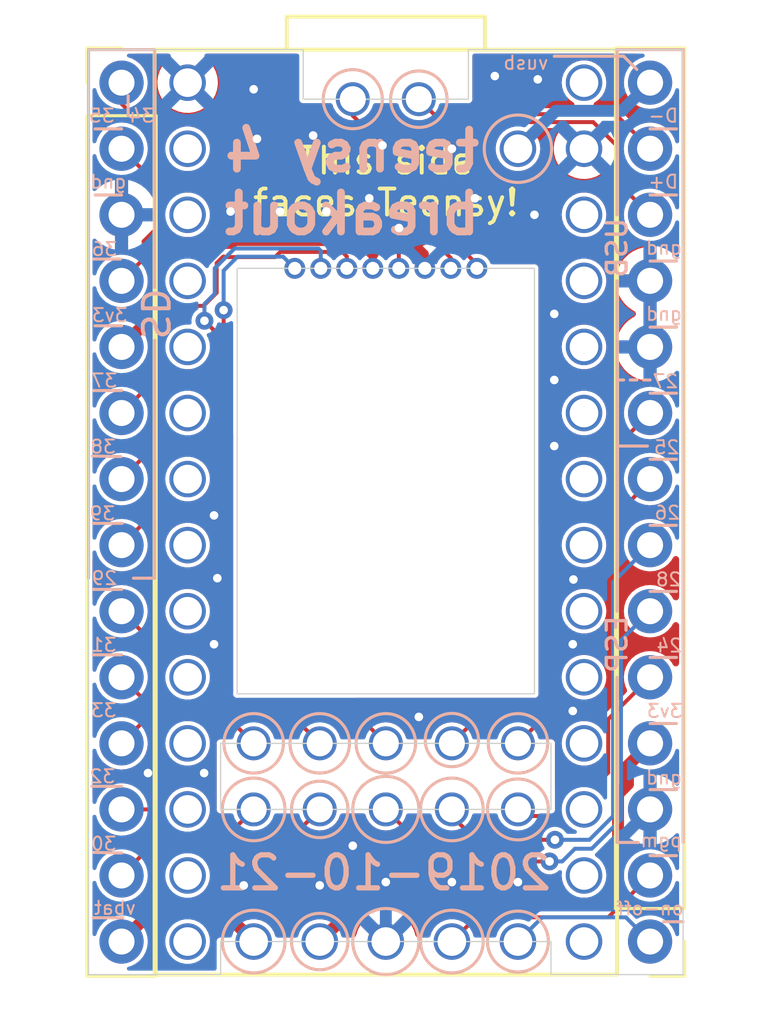
<source format=kicad_pcb>
(kicad_pcb (version 20211014) (generator pcbnew)
  (layers (0 "F.Cu" signal) (31 "B.Cu" signal) (34 "B.Paste" user) (35 "F.Paste" user) (36 "B.SilkS" user "B.Silkscreen") (37 "F.SilkS" user "F.Silkscreen") (38 "B.Mask" user) (39 "F.Mask" user) (44 "Edge.Cuts" user))
  (net 0 "")
  (net 1 "/VBAT")
  (net 2 "/32")
  (net 3 "/30")
  (net 4 "/33")
  (net 5 "/31")
  (net 6 "/29")
  (net 7 "/DAT1")
  (net 8 "/DAT0")
  (net 9 "/CLK")
  (net 10 "/3V3-SD")
  (net 11 "/CMD")
  (net 12 "/DAT3")
  (net 13 "/DAT2")
  (net 14 "/VUSB")
  (net 15 "/D-")
  (net 16 "/D+")
  (net 17 "/25")
  (net 18 "/27")
  (net 19 "/28")
  (net 20 "/26")
  (net 21 "/24")
  (net 22 "/ON_OFF")
  (net 23 "/PROGRAM")
  (net 24 "/3V3-1")
  (net 25 "/GND")
  (footprint "Connector_PinHeader_2.54mm:PinHeader_1x14_P2.54mm_Vertical" (layer "F.Cu") (at 170.18 114.3 180)
    (fp_text reference "J2" hide)
    (fp_text value "Conn_01x14")
    (fp_line (start -1.33 1.27) (end 1.33 1.27) (layer "F.SilkS") (width 0.12))
    (fp_line (start 1.33 1.27) (end 1.33 34.35) (layer "F.SilkS") (width 0.12))
    (fp_line (start -1.33 0) (end -1.33 -1.33) (layer "F.SilkS") (width 0.12))
    (fp_line (start -1.33 1.27) (end -1.33 34.35) (layer "F.SilkS") (width 0.12))
    (fp_line (start -1.33 -1.33) (end 0 -1.33) (layer "F.SilkS") (width 0.12))
    (fp_line (start -1.33 34.35) (end 1.33 34.35) (layer "F.SilkS") (width 0.12))
    (pad "1" thru_hole circle locked (at 0 0 180) (size 1.7 1.7) (drill 1) (layers *.Cu *.Mask) (net 22 "/ON_OFF"))
    (pad "2" thru_hole oval locked (at 0 2.54 180) (size 1.7 1.7) (drill 1) (layers *.Cu *.Mask) (net 23 "/PROGRAM"))
    (pad "3" thru_hole oval locked (at 0 5.08 180) (size 1.7 1.7) (drill 1) (layers *.Cu *.Mask) (net 25 "/GND"))
    (pad "4" thru_hole oval locked (at 0 7.62 180) (size 1.7 1.7) (drill 1) (layers *.Cu *.Mask) (net 24 "/3V3-1"))
    (pad "5" thru_hole oval locked (at 0 10.16 180) (size 1.7 1.7) (drill 1) (layers *.Cu *.Mask) (net 21 "/24"))
    (pad "6" thru_hole oval locked (at 0 12.7 180) (size 1.7 1.7) (drill 1) (layers *.Cu *.Mask) (net 19 "/28"))
    (pad "7" thru_hole oval locked (at 0 15.24 180) (size 1.7 1.7) (drill 1) (layers *.Cu *.Mask) (net 20 "/26"))
    (pad "8" thru_hole oval locked (at 0 17.78 180) (size 1.7 1.7) (drill 1) (layers *.Cu *.Mask) (net 17 "/25"))
    (pad "9" thru_hole oval locked (at 0 20.32 180) (size 1.7 1.7) (drill 1) (layers *.Cu *.Mask) (net 18 "/27"))
    (pad "10" thru_hole oval locked (at 0 22.86 180) (size 1.7 1.7) (drill 1) (layers *.Cu *.Mask) (net 25 "/GND"))
    (pad "11" thru_hole oval locked (at 0 25.4 180) (size 1.7 1.7) (drill 1) (layers *.Cu *.Mask) (net 25 "/GND"))
    (pad "12" thru_hole oval locked (at 0 27.94 180) (size 1.7 1.7) (drill 1) (layers *.Cu *.Mask) (net 16 "/D+"))
    (pad "13" thru_hole oval locked (at 0 30.48 180) (size 1.7 1.7) (drill 1) (layers *.Cu *.Mask) (net 15 "/D-"))
    (pad "14" thru_hole oval locked (at 0 33.02 180) (size 1.7 1.7) (drill 1) (layers *.Cu *.Mask) (net 14 "/VUSB"))
  )
  (footprint "Connector_PinHeader_2.54mm:PinHeader_1x14_P2.54mm_Vertical" (layer "F.Cu") (at 149.86 81.28)
    (fp_text reference "J1" hide)
    (fp_text value "Conn_01x14")
    (fp_line (start -1.33 34.35) (end 1.33 34.35) (layer "F.SilkS") (width 0.12))
    (fp_line (start -1.33 0) (end -1.33 -1.33) (layer "F.SilkS") (width 0.12))
    (fp_line (start -1.33 1.27) (end -1.33 34.35) (layer "F.SilkS") (width 0.12))
    (fp_line (start -1.33 -1.33) (end 0 -1.33) (layer "F.SilkS") (width 0.12))
    (fp_line (start -1.33 1.27) (end 1.33 1.27) (layer "F.SilkS") (width 0.12))
    (fp_line (start 1.33 1.27) (end 1.33 34.35) (layer "F.SilkS") (width 0.12))
    (pad "1" thru_hole circle locked (at 0 0) (size 1.7 1.7) (drill 1) (layers *.Cu *.Mask) (net 7 "/DAT1"))
    (pad "2" thru_hole oval locked (at 0 2.54) (size 1.7 1.7) (drill 1) (layers *.Cu *.Mask) (net 8 "/DAT0"))
    (pad "3" thru_hole oval locked (at 0 5.08) (size 1.7 1.7) (drill 1) (layers *.Cu *.Mask) (net 25 "/GND"))
    (pad "4" thru_hole oval locked (at 0 7.62) (size 1.7 1.7) (drill 1) (layers *.Cu *.Mask) (net 9 "/CLK"))
    (pad "5" thru_hole oval locked (at 0 10.16) (size 1.7 1.7) (drill 1) (layers *.Cu *.Mask) (net 10 "/3V3-SD"))
    (pad "6" thru_hole oval locked (at 0 12.7) (size 1.7 1.7) (drill 1) (layers *.Cu *.Mask) (net 11 "/CMD"))
    (pad "7" thru_hole oval locked (at 0 15.24) (size 1.7 1.7) (drill 1) (layers *.Cu *.Mask) (net 12 "/DAT3"))
    (pad "8" thru_hole oval locked (at 0 17.78) (size 1.7 1.7) (drill 1) (layers *.Cu *.Mask) (net 13 "/DAT2"))
    (pad "9" thru_hole oval locked (at 0 20.32) (size 1.7 1.7) (drill 1) (layers *.Cu *.Mask) (net 6 "/29"))
    (pad "10" thru_hole oval locked (at 0 22.86) (size 1.7 1.7) (drill 1) (layers *.Cu *.Mask) (net 5 "/31"))
    (pad "11" thru_hole oval locked (at 0 25.4) (size 1.7 1.7) (drill 1) (layers *.Cu *.Mask) (net 4 "/33"))
    (pad "12" thru_hole oval locked (at 0 27.94) (size 1.7 1.7) (drill 1) (layers *.Cu *.Mask) (net 2 "/32"))
    (pad "13" thru_hole oval locked (at 0 30.48) (size 1.7 1.7) (drill 1) (layers *.Cu *.Mask) (net 3 "/30"))
    (pad "14" thru_hole oval locked (at 0 33.02) (size 1.7 1.7) (drill 1) (layers *.Cu *.Mask) (net 1 "/VBAT"))
  )
  (footprint "Teensy:Teensy40_SMT" (layer "F.Cu") (at 160.02 97.79 -90)
    (fp_text reference "U1" hide)
    (fp_text value "GND-1" hide)
    (fp_line (start -19.05 -3.81) (end -19.05 3.81) (layer "F.SilkS") (width 0.15))
    (fp_line (start 17.78 -8.89) (end -17.78 -8.89) (layer "F.SilkS") (width 0.15))
    (fp_line (start 17.78 8.89) (end 17.78 -8.89) (layer "F.SilkS") (width 0.15))
    (fp_line (start -17.78 -3.81) (end -19.05 -3.81) (layer "F.SilkS") (width 0.15))
    (fp_line (start -17.78 -8.89) (end -17.78 8.89) (layer "F.SilkS") (width 0.15))
    (fp_line (start -17.78 8.89) (end 17.78 8.89) (layer "F.SilkS") (width 0.15))
    (fp_line (start -19.05 3.81) (end -17.78 3.81) (layer "F.SilkS") (width 0.15))
    (pad "1" thru_hole circle locked (at -16.51 7.62 270) (size 1.404 1.404) (drill 1.1) (layers *.Cu *.Mask) (net 25 "/GND"))
    (pad "2" thru_hole circle locked (at -13.97 7.62 270) (size 1.404 1.404) (drill 1.1) (layers *.Cu *.Mask))
    (pad "3" thru_hole circle locked (at -11.43 7.62 270) (size 1.404 1.404) (drill 1.1) (layers *.Cu *.Mask))
    (pad "4" thru_hole circle locked (at -8.89 7.62 270) (size 1.404 1.404) (drill 1.1) (layers *.Cu *.Mask))
    (pad "5" thru_hole circle locked (at -6.35 7.62 270) (size 1.404 1.404) (drill 1.1) (layers *.Cu *.Mask))
    (pad "6" thru_hole circle locked (at -3.81 7.62 270) (size 1.404 1.404) (drill 1.1) (layers *.Cu *.Mask))
    (pad "7" thru_hole circle locked (at -1.27 7.62 270) (size 1.404 1.404) (drill 1.1) (layers *.Cu *.Mask))
    (pad "8" thru_hole circle locked (at 1.27 7.62 270) (size 1.404 1.404) (drill 1.1) (layers *.Cu *.Mask))
    (pad "9" thru_hole circle locked (at 3.81 7.62 270) (size 1.404 1.404) (drill 1.1) (layers *.Cu *.Mask))
    (pad "10" thru_hole circle locked (at 6.35 7.62 270) (size 1.404 1.404) (drill 1.1) (layers *.Cu *.Mask))
    (pad "11" thru_hole circle locked (at 8.89 7.62 270) (size 1.404 1.404) (drill 1.1) (layers *.Cu *.Mask))
    (pad "12" thru_hole circle locked (at 11.43 7.62 270) (size 1.404 1.404) (drill 1.1) (layers *.Cu *.Mask))
    (pad "13" thru_hole circle locked (at 13.97 7.62 270) (size 1.404 1.404) (drill 1.1) (layers *.Cu *.Mask))
    (pad "14" thru_hole circle locked (at 16.51 7.62 270) (size 1.404 1.404) (drill 1.1) (layers *.Cu *.Mask))
    (pad "15" thru_hole circle locked (at 16.51 5.08 270) (size 1.404 1.404) (drill 1.1) (layers *.Cu *.Mask) (net 1 "/VBAT"))
    (pad "16" thru_hole circle locked (at 16.51 2.54 270) (size 1.404 1.404) (drill 1.1) (layers *.Cu *.Mask) (net 24 "/3V3-1"))
    (pad "17" thru_hole circle locked (at 16.51 0 270) (size 1.404 1.404) (drill 1.1) (layers *.Cu *.Mask) (net 25 "/GND"))
    (pad "18" thru_hole circle locked (at 16.51 -2.54 270) (size 1.404 1.404) (drill 1.1) (layers *.Cu *.Mask) (net 23 "/PROGRAM"))
    (pad "19" thru_hole circle locked (at 16.51 -5.08 270) (size 1.404 1.404) (drill 1.1) (layers *.Cu *.Mask) (net 22 "/ON_OFF"))
    (pad "20" thru_hole circle locked (at 16.51 -7.62 270) (size 1.404 1.404) (drill 1.1) (layers *.Cu *.Mask))
    (pad "21" thru_hole circle locked (at 13.97 -7.62 270) (size 1.404 1.404) (drill 1.1) (layers *.Cu *.Mask))
    (pad "22" thru_hole circle locked (at 11.43 -7.62 270) (size 1.404 1.404) (drill 1.1) (layers *.Cu *.Mask))
    (pad "23" thru_hole circle locked (at 8.89 -7.62 270) (size 1.404 1.404) (drill 1.1) (layers *.Cu *.Mask))
    (pad "24" thru_hole circle locked (at 6.35 -7.62 270) (size 1.404 1.404) (drill 1.1) (layers *.Cu *.Mask))
    (pad "25" thru_hole circle locked (at 3.81 -7.62 270) (size 1.404 1.404) (drill 1.1) (layers *.Cu *.Mask))
    (pad "26" thru_hole circle locked (at 1.27 -7.62 270) (size 1.404 1.404) (drill 1.1) (layers *.Cu *.Mask))
    (pad "27" thru_hole circle locked (at -1.27 -7.62 270) (size 1.404 1.404) (drill 1.1) (layers *.Cu *.Mask))
    (pad "28" thru_hole circle locked (at -3.81 -7.62 270) (size 1.404 1.404) (drill 1.1) (layers *.Cu *.Mask))
    (pad "29" thru_hole circle locked (at -6.35 -7.62 270) (size 1.404 1.404) (drill 1.1) (layers *.Cu *.Mask))
    (pad "30" thru_hole circle locked (at -8.89 -7.62 270) (size 1.404 1.404) (drill 1.1) (layers *.Cu *.Mask))
    (pad "31" thru_hole circle locked (at -11.43 -7.62 270) (size 1.404 1.404) (drill 1.1) (layers *.Cu *.Mask))
    (pad "32" thru_hole circle locked (at -13.97 -7.62 270) (size 1.404 1.404) (drill 1.1) (layers *.Cu *.Mask) (net 25 "/GND"))
    (pad "33" thru_hole circle locked (at -16.51 -7.62 270) (size 1.404 1.404) (drill 1.1) (layers *.Cu *.Mask))
    (pad "34" thru_hole circle locked (at -13.97 -5.08 270) (size 1.404 1.404) (drill 1.1) (layers *.Cu *.Mask) (net 14 "/VUSB"))
    (pad "35" thru_hole circle locked (at 11.43 -5.08 270) (size 1.304 1.304) (drill 1) (layers *.Cu *.Mask) (net 21 "/24"))
    (pad "36" thru_hole circle locked (at 8.89 -5.08 270) (size 1.304 1.304) (drill 1) (layers *.Cu *.Mask) (net 17 "/25"))
    (pad "37" thru_hole circle locked (at 11.43 -2.54 270) (size 1.304 1.304) (drill 1) (layers *.Cu *.Mask) (net 20 "/26"))
    (pad "38" thru_hole circle locked (at 8.89 -2.54 270) (size 1.304 1.304) (drill 1) (layers *.Cu *.Mask) (net 18 "/27"))
    (pad "39" thru_hole circle locked (at 11.43 0 270) (size 1.304 1.304) (drill 1) (layers *.Cu *.Mask) (net 19 "/28"))
    (pad "40" thru_hole circle locked (at 8.89 0 270) (size 1.304 1.304) (drill 1) (layers *.Cu *.Mask) (net 6 "/29"))
    (pad "41" thru_hole circle locked (at 11.43 2.54 270) (size 1.304 1.304) (drill 1) (layers *.Cu *.Mask) (net 3 "/30"))
    (pad "42" thru_hole circle locked (at 8.89 2.54 270) (size 1.304 1.304) (drill 1) (layers *.Cu *.Mask) (net 5 "/31"))
    (pad "43" thru_hole circle locked (at 11.43 5.08 270) (size 1.304 1.304) (drill 1) (layers *.Cu *.Mask) (net 2 "/32"))
    (pad "44" thru_hole circle locked (at 8.89 5.08 270) (size 1.304 1.304) (drill 1) (layers *.Cu *.Mask) (net 4 "/33"))
    (pad "45" thru_hole circle locked (at -9.3716 -3.5 270) (size 0.804 0.804) (drill 0.5) (layers *.Cu *.Mask) (net 7 "/DAT1"))
    (pad "46" thru_hole circle locked (at -9.3716 -2.5 270) (size 0.804 0.804) (drill 0.5) (layers *.Cu *.Mask) (net 8 "/DAT0"))
    (pad "47" thru_hole circle locked (at -9.3716 -1.5 270) (size 0.804 0.804) (drill 0.5) (layers *.Cu *.Mask) (net 25 "/GND"))
    (pad "48" thru_hole circle locked (at -9.3716 -0.5 270) (size 0.804 0.804) (drill 0.5) (layers *.Cu *.Mask) (net 9 "/CLK"))
    (pad "49" thru_hole circle locked (at -9.3716 0.5 270) (size 0.804 0.804) (drill 0.5) (layers *.Cu *.Mask) (net 10 "/3V3-SD"))
    (pad "50" thru_hole circle locked (at -9.3716 1.5 270) (size 0.804 0.804) (drill 0.5) (layers *.Cu *.Mask) (net 11 "/CMD"))
    (pad "51" thru_hole circle locked (at -9.3716 2.5 270) (size 0.804 0.804) (drill 0.5) (layers *.Cu *.Mask) (net 12 "/DAT3"))
    (pad "52" thru_hole circle locked (at -9.3716 3.5 270) (size 0.804 0.804) (drill 0.5) (layers *.Cu *.Mask) (net 13 "/DAT2"))
    (pad "53" thru_hole circle locked (at -15.875 -1.27 270) (size 1.304 1.304) (drill 1) (layers *.Cu *.Mask) (net 15 "/D-"))
    (pad "54" thru_hole circle locked (at -15.875 1.27 270) (size 1.304 1.304) (drill 1) (layers *.Cu *.Mask) (net 16 "/D+"))
  )
  (gr_circle (center 154.94 114.3) (end 155.321 115.443) (layer "B.SilkS") (width 0.12) (fill none))
  (gr_circle (center 157.48 114.3) (end 157.861 115.316) (layer "B.SilkS") (width 0.12) (fill none))
  (gr_circle (center 160.02 114.3) (end 160.02 115.57) (layer "B.SilkS") (width 0.12) (fill none))
  (gr_circle (center 162.56 114.3) (end 162.941 115.443) (layer "B.SilkS") (width 0.12) (fill none))
  (gr_circle (center 165.1 114.3) (end 165.354 115.443) (layer "B.SilkS") (width 0.12) (fill none))
  (gr_line (start 148.59 80.01) (end 151.13 80.01) (layer "B.SilkS") (width 0.12))
  (gr_line (start 168.91 88.9) (end 168.91 95.25) (layer "B.SilkS") (width 0.12))
  (gr_line (start 171.45 110.49) (end 171.45 95.25) (layer "B.SilkS") (width 0.12))
  (gr_line (start 170.0784 95.25) (end 168.91 95.25) (layer "B.SilkS") (width 0.12))
  (gr_circle (center 154.94 106.68) (end 154.94 105.537) (layer "B.SilkS") (width 0.12) (fill none))
  (gr_line (start 171.196 108.458) (end 170.18 108.458) (layer "B.SilkS") (width 0.12))
  (gr_line (start 149.8092 88.0618) (end 148.7932 88.0618) (layer "B.SilkS") (width 0.12))
  (gr_line (start 171.45 80.01) (end 171.45 95.25) (layer "B.SilkS") (width 0.12))
  (gr_line (start 148.7932 110.871) (end 149.86 110.8964) (layer "B.SilkS") (width 0.12))
  (gr_line (start 168.91 95.25) (end 168.91 101.6) (layer "B.SilkS") (width 0.12))
  (gr_line (start 171.196 88.138) (end 170.18 88.138) (layer "B.SilkS") (width 0.12))
  (gr_line (start 168.91 80.01) (end 171.45 80.01) (layer "B.SilkS") (width 0.12))
  (gr_line (start 171.196 90.678) (end 170.18 90.678) (layer "B.SilkS") (width 0.12))
  (gr_line (start 168.91 80.01) (end 168.91 86.36) (layer "B.SilkS") (width 0.12))
  (gr_line (start 149.86 90.6272) (end 148.844 90.6272) (layer "B.SilkS") (width 0.12))
  (gr_circle (center 154.94 109.22) (end 155.321 110.363) (layer "B.SilkS") (width 0.12) (fill none))
  (gr_line (start 150.876 100.33) (end 150.3172 100.33) (layer "B.SilkS") (width 0.12))
  (gr_line (start 149.86 103.2764) (end 148.7678 103.2764) (layer "B.SilkS") (width 0.12))
  (gr_line (start 149.86 100.7618) (end 148.7932 100.7618) (layer "B.SilkS") (width 0.12))
  (gr_line (start 148.844 83.058) (end 149.86 83.058) (layer "B.SilkS") (width 0.12))
  (gr_circle (center 160.02 106.68) (end 160.02 105.537) (layer "B.SilkS") (width 0.12) (fill none))
  (gr_line (start 151.13 100.33) (end 151.13 91.186) (layer "B.SilkS") (width 0.12))
  (gr_line (start 169.164 80.264) (end 169.672 80.772) (layer "B.SilkS") (width 0.12))
  (gr_line (start 171.196 110.998) (end 170.18 110.998) (layer "B.SilkS") (width 0.12))
  (gr_line (start 148.59 100.33) (end 148.59 80.01) (layer "B.SilkS") (width 0.12))
  (gr_line (start 171.196 105.918) (end 170.18 105.918) (layer "B.SilkS") (width 0.12))
  (gr_circle (center 165.1 109.22) (end 165.354 110.363) (layer "B.SilkS") (width 0.12) (fill none))
  (gr_circle (center 161.29 81.915) (end 161.671 82.931) (layer "B.SilkS") (width 0.12) (fill none))
  (gr_circle (center 165.1 83.82) (end 165.354 85.09) (layer "B.SilkS") (width 0.12) (fill none))
  (gr_line (start 166.497 80.264) (end 169.164 80.264) (layer "B.SilkS") (width 0.12))
  (gr_circle (center 157.48 109.22) (end 157.861 110.236) (layer "B.SilkS") (width 0.12) (fill none))
  (gr_line (start 149.86 93.1164) (end 148.7932 93.1164) (layer "B.SilkS") (width 0.12))
  (gr_line (start 149.8346 95.6564) (end 148.7424 95.631) (layer "B.SilkS") (width 0.12))
  (gr_line (start 149.8854 98.2218) (end 148.7678 98.2218) (layer "B.SilkS") (width 0.12))
  (gr_line (start 171.45 113.538) (end 170.688 113.538) (layer "B.SilkS") (width 0.12))
  (gr_line (start 171.196 85.598) (end 170.18 85.598) (layer "B.SilkS") (width 0.12))
  (gr_line (start 171.196 83.058) (end 170.18 83.058) (layer "B.SilkS") (width 0.12))
  (gr_circle (center 160.02 109.22) (end 160.02 110.49) (layer "B.SilkS") (width 0.12) (fill none))
  (gr_circle (center 165.1 106.68) (end 165.1 105.537) (layer "B.SilkS") (width 0.12) (fill none))
  (gr_line (start 171.196 93.218) (end 170.18 93.218) (layer "B.SilkS") (width 0.12))
  (gr_line (start 151.13 80.01) (end 151.13 89.154) (layer "B.SilkS") (width 0.12))
  (gr_line (start 148.717 108.331) (end 149.86 108.331) (layer "B.SilkS") (width 0.12))
  (gr_line (start 148.844 85.598) (end 149.86 85.598) (layer "B.SilkS") (width 0.12))
  (gr_line (start 171.196 100.838) (end 170.18 100.838) (layer "B.SilkS") (width 0.12))
  (gr_circle (center 158.75 81.915) (end 159.258 82.931) (layer "B.SilkS") (width 0.12) (fill none))
  (gr_line (start 148.7678 113.3856) (end 149.9108 113.3856) (layer "B.SilkS") (width 0.12))
  (gr_line (start 169.926 92.71) (end 170.18 92.71) (layer "B.SilkS") (width 0.12))
  (gr_line (start 168.91 110.49) (end 169.7228 110.49) (layer "B.SilkS") (width 0.12))
  (gr_line (start 171.196 98.298) (end 170.18 98.298) (layer "B.SilkS") (width 0.12))
  (gr_line (start 171.196 103.378) (end 170.18 103.378) (layer "B.SilkS") (width 0.12))
  (gr_line (start 171.196 95.758) (end 170.18 95.758) (layer "B.SilkS") (width 0.12))
  (gr_line (start 150.876 100.33) (end 151.13 100.33) (layer "B.SilkS") (width 0.12))
  (gr_line (start 169.418 92.71) (end 169.672 92.71) (layer "B.SilkS") (width 0.12))
  (gr_circle (center 162.56 109.22) (end 162.941 110.363) (layer "B.SilkS") (width 0.12) (fill none))
  (gr_line (start 168.91 92.71) (end 169.164 92.71) (layer "B.SilkS") (width 0.12))
  (gr_line (start 168.91 110.49) (end 168.91 104.14) (layer "B.SilkS") (width 0.12))
  (gr_circle (center 157.48 106.68) (end 157.48 105.537) (layer "B.SilkS") (width 0.12) (fill none))
  (gr_line (start 150.114 82.55) (end 150.114 81.788) (layer "B.SilkS") (width 0.12))
  (gr_circle (center 162.56 106.553) (end 162.433 105.537) (layer "B.SilkS") (width 0.12) (fill none))
  (gr_line (start 148.59 115.57) (end 148.59 80.01) (layer "Edge.Cuts") (width 0.05))
  (gr_line (start 156.845 80.01) (end 148.59 80.01) (layer "Edge.Cuts") (width 0.05))
  (gr_line (start 154.305 104.775) (end 154.305 88.4174) (layer "Edge.Cuts") (width 0.05))
  (gr_line (start 166.37 109.22) (end 166.37 106.68) (layer "Edge.Cuts") (width 0.05))
  (gr_line (start 153.67 115.57) (end 148.59 115.57) (layer "Edge.Cuts") (width 0.05))
  (gr_line (start 154.305 88.4174) (end 165.735 88.4174) (layer "Edge.Cuts") (width 0.05))
  (gr_line (start 166.37 114.3) (end 153.67 114.3) (layer "Edge.Cuts") (width 0.05))
  (gr_line (start 153.67 109.22) (end 166.37 109.22) (layer "Edge.Cuts") (width 0.05))
  (gr_line (start 171.45 80.01) (end 171.45 115.57) (layer "Edge.Cuts") (width 0.05))
  (gr_line (start 171.45 115.57) (end 166.37 115.57) (layer "Edge.Cuts") (width 0.05))
  (gr_line (start 171.45 80.01) (end 163.195 80.01) (layer "Edge.Cuts") (width 0.05))
  (gr_line (start 163.195 80.01) (end 163.195 81.915) (layer "Edge.Cuts") (width 0.05))
  (gr_line (start 163.195 81.915) (end 156.845 81.915) (layer "Edge.Cuts") (width 0.05))
  (gr_line (start 153.67 114.3) (end 153.67 115.57) (layer "Edge.Cuts") (width 0.05))
  (gr_line (start 156.845 81.915) (end 156.845 80.01) (layer "Edge.Cuts") (width 0.05))
  (gr_line (start 166.37 106.68) (end 153.67 106.68) (layer "Edge.Cuts") (width 0.05))
  (gr_line (start 166.37 115.57) (end 166.37 114.3) (layer "Edge.Cuts") (width 0.05))
  (gr_line (start 165.735 88.4174) (end 165.735 104.775) (layer "Edge.Cuts") (width 0.05))
  (gr_line (start 153.67 106.68) (end 153.67 109.22) (layer "Edge.Cuts") (width 0.05))
  (gr_line (start 165.735 104.775) (end 154.305 104.775) (layer "Edge.Cuts") (width 0.05))
  (gr_text "ESP" (at 168.91 102.87 90) (layer "B.SilkS") (effects (font (size 0.762 0.762) (thickness 0.127)) (justify mirror)))
  (gr_text "25" (at 170.815 95.3008) (layer "B.SilkS") (effects (font (size 0.508 0.508) (thickness 0.0762)) (justify mirror)))
  (gr_text "26" (at 170.8404 97.8154) (layer "B.SilkS") (effects (font (size 0.508 0.508) (thickness 0.0762)) (justify mirror)))
  (gr_text "28" (at 170.8912 100.3808) (layer "B.SilkS") (effects (font (size 0.508 0.508) (thickness 0.0762)) (justify mirror)))
  (gr_text "24" (at 170.9166 102.9208) (layer "B.SilkS") (effects (font (size 0.508 0.508) (thickness 0.0762)) (justify mirror)))
  (gr_text "3v3" (at 170.7388 105.4354) (layer "B.SilkS") (effects (font (size 0.508 0.508) (thickness 0.0762)) (justify mirror)))
  (gr_text "gnd" (at 170.7134 108.0008) (layer "B.SilkS") (effects (font (size 0.508 0.508) (thickness 0.0762)) (justify mirror)))
  (gr_text "pgm\n" (at 170.6118 110.4138) (layer "B.SilkS") (effects (font (size 0.508 0.508) (thickness 0.0762)) (justify mirror)))
  (gr_text "on-off" (at 170.18 113.03) (layer "B.SilkS") (effects (font (size 0.508 0.508) (thickness 0.0762)) (justify mirror)))
  (gr_text "gnd" (at 170.7134 87.63) (layer "B.SilkS") (effects (font (size 0.508 0.508) (thickness 0.0762)) (justify mirror)))
  (gr_text "gnd" (at 170.7134 90.17) (layer "B.SilkS") (effects (font (size 0.508 0.508) (thickness 0.0762)) (justify mirror)))
  (gr_text "D+" (at 170.688 85.09) (layer "B.SilkS") (effects (font (size 0.508 0.508) (thickness 0.0762)) (justify mirror)))
  (gr_text "D-" (at 170.688 82.55) (layer "B.SilkS") (effects (font (size 0.508 0.508) (thickness 0.0762)) (justify mirror)))
  (gr_text "vusb" (at 165.4048 80.518) (layer "B.SilkS") (effects (font (size 0.508 0.508) (thickness 0.0762)) (justify mirror)))
  (gr_text "gnd" (at 149.352 85.09) (layer "B.SilkS") (effects (font (size 0.508 0.508) (thickness 0.0762)) (justify mirror)))
  (gr_text "35" (at 149.098 82.55) (layer "B.SilkS") (effects (font (size 0.508 0.508) (thickness 0.0762)) (justify mirror)))
  (gr_text "34" (at 150.622 82.55) (layer "B.SilkS") (effects (font (size 0.508 0.508) (thickness 0.0762)) (justify mirror)))
  (gr_text "3v3" (at 149.4028 90.2208) (layer "B.SilkS") (effects (font (size 0.508 0.508) (thickness 0.0762)) (justify mirror)))
  (gr_text "37" (at 149.1996 92.7354) (layer "B.SilkS") (effects (font (size 0.508 0.508) (thickness 0.0762)) (justify mirror)))
  (gr_text "38" (at 149.1488 95.2754) (layer "B.SilkS") (effects (font (size 0.508 0.508) (thickness 0.0762)) (justify mirror)))
  (gr_text "39" (at 149.1234 97.8408) (layer "B.SilkS") (effects (font (size 0.508 0.508) (thickness 0.0762)) (justify mirror)))
  (gr_text "29" (at 149.1996 100.33) (layer "B.SilkS") (effects (font (size 0.508 0.508) (thickness 0.0762)) (justify mirror)))
  (gr_text "31" (at 149.1742 102.8954) (layer "B.SilkS") (effects (font (size 0.508 0.508) (thickness 0.0762)) (justify mirror)))
  (gr_text "33" (at 149.1742 105.41) (layer "B.SilkS") (effects (font (size 0.508 0.508) (thickness 0.0762)) (justify mirror)))
  (gr_text "32" (at 149.1234 107.95) (layer "B.SilkS") (effects (font (size 0.508 0.508) (thickness 0.0762)) (justify mirror)))
  (gr_text "30" (at 149.1742 110.5408) (layer "B.SilkS") (effects (font (size 0.508 0.508) (thickness 0.0762)) (justify mirror)))
  (gr_text "vbat" (at 149.606 113.0046) (layer "B.SilkS") (effects (font (size 0.508 0.508) (thickness 0.0762)) (justify mirror)))
  (gr_text "36" (at 149.1996 87.6808) (layer "B.SilkS") (effects (font (size 0.508 0.508) (thickness 0.0762)) (justify mirror)))
  (gr_text "27" (at 170.7642 92.7608) (layer "B.SilkS") (effects (font (size 0.508 0.508) (thickness 0.0762)) (justify mirror)))
  (gr_text "2019-10-21" (at 159.9438 111.6584) (layer "B.SilkS") (effects (font (size 1.27 1.27) (thickness 0.2032)) (justify mirror)))
  (gr_text "USB" (at 168.91 87.63 90) (layer "B.SilkS") (effects (font (size 0.762 0.762) (thickness 0.127)) (justify mirror)))
  (gr_text "teensy 4\nbreakout\n" (at 158.7246 85.1154) (layer "B.SilkS") (effects (font (size 1.5 1.5) (thickness 0.3)) (justify mirror)))
  (gr_text "SD" (at 151.13 90.17 270) (layer "B.SilkS") (effects (font (size 1 1)) (justify mirror)))
  (gr_text "This side\nfaces Teensy!" (at 160.02 85.09) (layer "F.SilkS") (effects (font (size 1 1))))
  (segment (start 150.790601 113.369399) (end 154.009399 113.369399) (width 0.1524) (layer "F.Cu") (net 1))
  (segment (start 153.856999 113.216999) (end 154.53399 113.89399) (width 0.4572) (layer "F.Cu") (net 1))
  (segment (start 154.009399 113.369399) (end 154.68639 114.04639) (width 0.1524) (layer "F.Cu") (net 1))
  (segment (start 149.86 114.3) (end 150.790601 113.369399) (width 0.1524) (layer "F.Cu") (net 1))
  (segment (start 150.943001 113.216999) (end 153.856999 113.216999) (width 0.4572) (layer "F.Cu") (net 1))
  (segment (start 149.86 114.3) (end 150.943001 113.216999) (width 0.4572) (layer "F.Cu") (net 1))
  (segment (start 154.009399 110.150601) (end 154.68639 109.47361) (width 0.1524) (layer "F.Cu") (net 2))
  (segment (start 151.992682 110.150601) (end 154.009399 110.150601) (width 0.1524) (layer "F.Cu") (net 2))
  (segment (start 149.86 109.22) (end 151.062081 109.22) (width 0.1524) (layer "F.Cu") (net 2))
  (segment (start 151.062081 109.22) (end 151.992682 110.150601) (width 0.1524) (layer "F.Cu") (net 2))
  (segment (start 155.870601 110.829399) (end 157.22639 109.47361) (width 0.1524) (layer "F.Cu") (net 3))
  (segment (start 150.790601 110.829399) (end 155.870601 110.829399) (width 0.1524) (layer "F.Cu") (net 3))
  (segment (start 149.86 111.76) (end 150.790601 110.829399) (width 0.1524) (layer "F.Cu") (net 3))
  (segment (start 149.86 106.68) (end 150.790601 105.749399) (width 0.1524) (layer "F.Cu") (net 4))
  (segment (start 150.790601 105.749399) (end 154.009399 105.749399) (width 0.1524) (layer "F.Cu") (net 4))
  (segment (start 154.009399 105.749399) (end 154.68639 106.42639) (width 0.1524) (layer "F.Cu") (net 4))
  (segment (start 156.244588 105.444588) (end 157.22639 106.42639) (width 0.1524) (layer "F.Cu") (net 5))
  (segment (start 151.164588 105.444588) (end 156.244588 105.444588) (width 0.1524) (layer "F.Cu") (net 5))
  (segment (start 149.86 104.14) (end 151.164588 105.444588) (width 0.1524) (layer "F.Cu") (net 5))
  (segment (start 151.1554 102.8954) (end 151.1554 104.5464) (width 0.1524) (layer "F.Cu") (net 6))
  (segment (start 158.410601 105.070601) (end 159.76639 106.42639) (width 0.1524) (layer "F.Cu") (net 6))
  (segment (start 151.1554 104.5464) (end 151.679601 105.070601) (width 0.1524) (layer "F.Cu") (net 6))
  (segment (start 149.86 101.6) (end 151.1554 102.8954) (width 0.1524) (layer "F.Cu") (net 6))
  (segment (start 151.679601 105.070601) (end 158.410601 105.070601) (width 0.1524) (layer "F.Cu") (net 6))
  (segment (start 151.953311 84.750601) (end 160.010801 84.750601) (width 0.1524) (layer "F.Cu") (net 7))
  (segment (start 160.010801 84.750601) (end 163.39859 88.13839) (width 0.1524) (layer "F.Cu") (net 7))
  (segment (start 149.86 82.0928) (end 151.4221 83.6549) (width 0.1524) (layer "F.Cu") (net 7))
  (segment (start 149.86 81.28) (end 149.86 82.0928) (width 0.1524) (layer "F.Cu") (net 7))
  (segment (start 151.4221 83.6549) (end 151.4221 84.21939) (width 0.1524) (layer "F.Cu") (net 7))
  (segment (start 163.39859 88.13839) (end 163.52 88.13839) (width 0.1524) (layer "F.Cu") (net 7))
  (segment (start 151.4221 84.21939) (end 151.953311 84.750601) (width 0.1524) (layer "F.Cu") (net 7))
  (segment (start 162.52 88.0218) (end 162.52 88.13839) (width 0.1524) (layer "F.Cu") (net 8))
  (segment (start 159.5628 85.0646) (end 162.52 88.0218) (width 0.1524) (layer "F.Cu") (net 8))
  (segment (start 151.1046 85.0646) (end 159.5628 85.0646) (width 0.1524) (layer "F.Cu") (net 8))
  (segment (start 149.86 83.82) (end 151.1046 85.0646) (width 0.1524) (layer "F.Cu") (net 8))
  (segment (start 151.2824 86.805609) (end 151.2824 86.10031) (width 0.1524) (layer "F.Cu") (net 9))
  (segment (start 150.709999 87.37801) (end 151.2824 86.805609) (width 0.1524) (layer "F.Cu") (net 9))
  (segment (start 160.52 87.7744) (end 160.52 88.13839) (width 0.1524) (layer "F.Cu") (net 9))
  (segment (start 151.953311 85.429399) (end 158.174999 85.429399) (width 0.1524) (layer "F.Cu") (net 9))
  (segment (start 158.174999 85.429399) (end 160.52 87.7744) (width 0.1524) (layer "F.Cu") (net 9))
  (segment (start 149.86 88.9) (end 150.709999 88.050001) (width 0.1524) (layer "F.Cu") (net 9))
  (segment (start 150.709999 88.050001) (end 150.709999 87.37801) (width 0.1524) (layer "F.Cu") (net 9))
  (segment (start 151.2824 86.10031) (end 151.953311 85.429399) (width 0.1524) (layer "F.Cu") (net 9))
  (segment (start 154.198011 87.330589) (end 158.998611 87.330589) (width 0.4572) (layer "F.Cu") (net 10))
  (segment (start 159.52 87.851978) (end 159.52 88.08759) (width 0.3048) (layer "F.Cu") (net 10))
  (segment (start 149.86 91.44) (end 151.091001 90.208999) (width 0.4572) (layer "F.Cu") (net 10))
  (segment (start 154.085599 87.443001) (end 154.198011 87.330589) (width 0.4572) (layer "F.Cu") (net 10))
  (segment (start 151.091001 90.208999) (end 151.091001 88.606157) (width 0.4572) (layer "F.Cu") (net 10))
  (segment (start 151.091001 88.606157) (end 152.254157 87.443001) (width 0.4572) (layer "F.Cu") (net 10))
  (segment (start 158.998611 87.330589) (end 159.52 87.851978) (width 0.4572) (layer "F.Cu") (net 10))
  (segment (start 152.254157 87.443001) (end 154.085599 87.443001) (width 0.4572) (layer "F.Cu") (net 10))
  (segment (start 153.5176 88.2142) (end 153.746191 87.985609) (width 0.1524) (layer "F.Cu") (net 11))
  (segment (start 153.785417 87.960209) (end 153.810817 87.985609) (width 0.1524) (layer "F.Cu") (net 11))
  (segment (start 153.746191 87.985609) (end 153.810817 87.985609) (width 0.1524) (layer "F.Cu") (net 11))
  (segment (start 149.86 93.98) (end 151.469399 92.370601) (width 0.1524) (layer "F.Cu") (net 11))
  (segment (start 151.469399 90.993311) (end 151.953311 90.509399) (width 0.1524) (layer "F.Cu") (net 11))
  (segment (start 153.5176 89.3572) (end 153.5176 88.2142) (width 0.1524) (layer "F.Cu") (net 11))
  (segment (start 151.469399 92.370601) (end 151.469399 90.993311) (width 0.1524) (layer "F.Cu") (net 11))
  (segment (start 151.953311 90.464289) (end 152.5524 89.8652) (width 0.1524) (layer "F.Cu") (net 11))
  (segment (start 153.810817 87.985609) (end 155.764383 87.985609) (width 0.1524) (layer "F.Cu") (net 11))
  (segment (start 158.349 87.7878) (end 158.52 87.9588) (width 0.1524) (layer "F.Cu") (net 11))
  (segment (start 152.769174 89.8652) (end 152.773062 89.861312) (width 0.1524) (layer "F.Cu") (net 11))
  (segment (start 155.962192 87.7878) (end 158.349 87.7878) (width 0.1524) (layer "F.Cu") (net 11))
  (segment (start 151.953311 90.509399) (end 151.953311 90.464289) (width 0.1524) (layer "F.Cu") (net 11))
  (segment (start 158.52 87.9588) (end 158.52 88.13839) (width 0.1524) (layer "F.Cu") (net 11))
  (segment (start 152.5524 89.8652) (end 152.769174 89.8652) (width 0.1524) (layer "F.Cu") (net 11))
  (segment (start 153.013488 89.861312) (end 153.5176 89.3572) (width 0.1524) (layer "F.Cu") (net 11))
  (segment (start 155.764383 87.985609) (end 155.962192 87.7878) (width 0.1524) (layer "F.Cu") (net 11))
  (segment (start 152.773062 89.861312) (end 153.013488 89.861312) (width 0.1524) (layer "F.Cu") (net 11))
  (segment (start 152.846689 92.370601) (end 153.390282 91.827008) (width 0.1524) (layer "F.Cu") (net 12))
  (segment (start 150.938601 93.385311) (end 151.953311 92.370601) (width 0.1524) (layer "F.Cu") (net 12))
  (segment (start 151.953311 92.370601) (end 152.846689 92.370601) (width 0.1524) (layer "F.Cu") (net 12))
  (segment (start 149.86 96.52) (end 150.938601 95.441399) (width 0.1524) (layer "F.Cu") (net 12))
  (segment (start 153.390282 90.775712) (end 153.047383 90.432813) (width 0.1524) (layer "F.Cu") (net 12))
  (segment (start 150.938601 95.441399) (end 150.938601 93.385311) (width 0.1524) (layer "F.Cu") (net 12))
  (segment (start 153.390282 91.827008) (end 153.390282 90.775712) (width 0.1524) (layer "F.Cu") (net 12))
  (via (at 153.047383 90.432813) (size 0.6858) (drill 0.3302) (layers "F.Cu" "B.Cu") (net 12))
  (segment (start 153.047383 89.788809) (end 153.047383 89.94788) (width 0.1524) (layer "B.Cu") (net 12))
  (segment (start 153.047383 89.94788) (end 153.047383 90.432813) (width 0.1524) (layer "B.Cu") (net 12))
  (segment (start 157.4292 87.6554) (end 154.2034 87.6554) (width 0.1524) (layer "B.Cu") (net 12))
  (segment (start 157.52 88.13839) (end 157.52 87.7462) (width 0.1524) (layer "B.Cu") (net 12))
  (segment (start 153.4414 89.394792) (end 153.047383 89.788809) (width 0.1524) (layer "B.Cu") (net 12))
  (segment (start 157.52 87.7462) (end 157.4292 87.6554) (width 0.1524) (layer "B.Cu") (net 12))
  (segment (start 153.4414 88.4174) (end 153.4414 89.394792) (width 0.1524) (layer "B.Cu") (net 12))
  (segment (start 154.2034 87.6554) (end 153.4414 88.4174) (width 0.1524) (layer "B.Cu") (net 12))
  (segment (start 149.86 99.06) (end 151.3078 97.6122) (width 0.1524) (layer "F.Cu") (net 13))
  (segment (start 151.3078 97.6122) (end 151.3078 95.8088) (width 0.1524) (layer "F.Cu") (net 13))
  (segment (start 151.892 95.2246) (end 153.1112 95.2246) (width 0.1524) (layer "F.Cu") (net 13))
  (segment (start 153.1112 95.2246) (end 153.78469 94.55111) (width 0.1524) (layer "F.Cu") (net 13))
  (segment (start 153.78469 90.510269) (end 153.78469 90.025336) (width 0.1524) (layer "F.Cu") (net 13))
  (segment (start 153.78469 94.55111) (end 153.78469 90.510269) (width 0.1524) (layer "F.Cu") (net 13))
  (segment (start 151.3078 95.8088) (end 151.892 95.2246) (width 0.1524) (layer "F.Cu") (net 13))
  (via (at 153.78469 90.025336) (size 0.6858) (drill 0.3302) (layers "F.Cu" "B.Cu") (net 13))
  (segment (start 154.320467 87.969399) (end 153.7847 88.505166) (width 0.1524) (layer "B.Cu") (net 13))
  (segment (start 153.7847 90.025326) (end 153.78469 90.025336) (width 0.1524) (layer "B.Cu") (net 13))
  (segment (start 156.23999 88.13839) (end 156.070999 87.969399) (width 0.1524) (layer "B.Cu") (net 13))
  (segment (start 153.7847 88.505166) (end 153.7847 89.941448) (width 0.1524) (layer "B.Cu") (net 13))
  (segment (start 153.7847 89.941448) (end 153.7847 90.025326) (width 0.1524) (layer "B.Cu") (net 13))
  (segment (start 156.070999 87.969399) (end 154.320467 87.969399) (width 0.1524) (layer "B.Cu") (net 13))
  (segment (start 166.556999 82.363001) (end 165.1 83.82) (width 0.4572) (layer "B.Cu") (net 14))
  (segment (start 170.18 81.28) (end 169.096999 82.363001) (width 0.4572) (layer "B.Cu") (net 14))
  (segment (start 169.096999 82.363001) (end 166.556999 82.363001) (width 0.4572) (layer "B.Cu") (net 14))
  (segment (start 161.86579 82.49079) (end 161.54361 82.16861) (width 0.1524) (layer "F.Cu") (net 15))
  (segment (start 170.18 83.82) (end 168.85079 82.49079) (width 0.1524) (layer "F.Cu") (net 15))
  (segment (start 168.85079 82.49079) (end 161.86579 82.49079) (width 0.1524) (layer "F.Cu") (net 15))
  (segment (start 168.91 85.09) (end 168.91 83.71271) (width 0.1524) (layer "F.Cu") (net 16))
  (segment (start 170.18 86.36) (end 168.91 85.09) (width 0.1524) (layer "F.Cu") (net 16))
  (segment (start 158.75 82.55) (end 158.75 82.16861) (width 0.1524) (layer "F.Cu") (net 16))
  (segment (start 167.992891 82.795601) (end 158.995601 82.795601) (width 0.1524) (layer "F.Cu") (net 16))
  (segment (start 158.995601 82.795601) (end 158.75 82.55) (width 0.1524) (layer "F.Cu") (net 16))
  (segment (start 168.91 83.71271) (end 167.992891 82.795601) (width 0.1524) (layer "F.Cu") (net 16))
  (segment (start 170.18 96.5962) (end 168.7576 98.0186) (width 0.1524) (layer "F.Cu") (net 17))
  (segment (start 166.5224 98.80031) (end 166.5224 105.2576) (width 0.1524) (layer "F.Cu") (net 17))
  (segment (start 166.5224 105.2576) (end 165.35361 106.42639) (width 0.1524) (layer "F.Cu") (net 17))
  (segment (start 167.30411 98.0186) (end 166.5224 98.80031) (width 0.1524) (layer "F.Cu") (net 17))
  (segment (start 168.7576 98.0186) (end 167.30411 98.0186) (width 0.1524) (layer "F.Cu") (net 17))
  (segment (start 170.18 96.52) (end 170.18 96.5962) (width 0.1524) (layer "F.Cu") (net 17))
  (segment (start 166.2176 98.552) (end 166.2176 105.0544) (width 0.1524) (layer "F.Cu") (net 18))
  (segment (start 168.9608 97.2312) (end 168.4782 97.7138) (width 0.1524) (layer "F.Cu") (net 18))
  (segment (start 168.9608 95.1992) (end 168.9608 97.2312) (width 0.1524) (layer "F.Cu") (net 18))
  (segment (start 168.4782 97.7138) (end 167.0558 97.7138) (width 0.1524) (layer "F.Cu") (net 18))
  (segment (start 167.0558 97.7138) (end 166.2176 98.552) (width 0.1524) (layer "F.Cu") (net 18))
  (segment (start 165.6334 105.6386) (end 163.6014 105.6386) (width 0.1524) (layer "F.Cu") (net 18))
  (segment (start 166.2176 105.0544) (end 165.6334 105.6386) (width 0.1524) (layer "F.Cu") (net 18))
  (segment (start 163.6014 105.6386) (end 162.81361 106.42639) (width 0.1524) (layer "F.Cu") (net 18))
  (segment (start 170.18 93.98) (end 168.9608 95.1992) (width 0.1524) (layer "F.Cu") (net 18))
  (segment (start 160.27361 109.47361) (end 162.020054 111.220054) (width 0.1524) (layer "F.Cu") (net 19))
  (segment (start 162.020054 111.220054) (end 165.831213 111.220054) (width 0.1524) (layer "F.Cu") (net 19))
  (segment (start 165.831213 111.220054) (end 166.316146 111.220054) (width 0.1524) (layer "F.Cu") (net 19))
  (via (at 166.316146 111.220054) (size 0.6858) (drill 0.3302) (layers "F.Cu" "B.Cu") (net 19))
  (segment (start 167.937056 110.731301) (end 167.289832 110.731301) (width 0.1524) (layer "B.Cu") (net 19))
  (segment (start 166.801079 111.220054) (end 166.316146 111.220054) (width 0.1524) (layer "B.Cu") (net 19))
  (segment (start 169.062411 109.605946) (end 167.937056 110.731301) (width 0.1524) (layer "B.Cu") (net 19))
  (segment (start 169.062411 102.717589) (end 169.062411 109.605946) (width 0.1524) (layer "B.Cu") (net 19))
  (segment (start 167.289832 110.731301) (end 166.801079 111.220054) (width 0.1524) (layer "B.Cu") (net 19))
  (segment (start 170.18 101.6) (end 169.062411 102.717589) (width 0.1524) (layer "B.Cu") (net 19))
  (segment (start 163.47479 110.3884) (end 166.037467 110.3884) (width 0.1524) (layer "F.Cu") (net 20))
  (segment (start 162.56 109.47361) (end 163.47479 110.3884) (width 0.1524) (layer "F.Cu") (net 20))
  (segment (start 166.037467 110.3884) (end 166.5224 110.3884) (width 0.1524) (layer "F.Cu") (net 20))
  (via (at 166.5224 110.3884) (size 0.6858) (drill 0.3302) (layers "F.Cu" "B.Cu") (net 20))
  (segment (start 168.7576 109.47969) (end 167.84889 110.3884) (width 0.1524) (layer "B.Cu") (net 20))
  (segment (start 168.7576 100.4824) (end 168.7576 109.47969) (width 0.1524) (layer "B.Cu") (net 20))
  (segment (start 167.84889 110.3884) (end 167.007333 110.3884) (width 0.1524) (layer "B.Cu") (net 20))
  (segment (start 167.007333 110.3884) (end 166.5224 110.3884) (width 0.1524) (layer "B.Cu") (net 20))
  (segment (start 170.18 99.06) (end 168.7576 100.4824) (width 0.1524) (layer "B.Cu") (net 20))
  (segment (start 166.707592 109.47361) (end 165.35361 109.47361) (width 0.1524) (layer "F.Cu") (net 21))
  (segment (start 168.570601 105.749399) (end 168.570601 107.805487) (width 0.1524) (layer "F.Cu") (net 21))
  (segment (start 170.18 104.14) (end 168.570601 105.749399) (width 0.1524) (layer "F.Cu") (net 21))
  (segment (start 168.570601 107.805487) (end 168.086689 108.289399) (width 0.1524) (layer "F.Cu") (net 21))
  (segment (start 167.193311 108.289399) (end 166.709399 108.773311) (width 0.1524) (layer "F.Cu") (net 21))
  (segment (start 166.709399 109.471803) (end 166.707592 109.47361) (width 0.1524) (layer "F.Cu") (net 21))
  (segment (start 166.709399 108.773311) (end 166.709399 109.471803) (width 0.1524) (layer "F.Cu") (net 21))
  (segment (start 168.086689 108.289399) (end 167.193311 108.289399) (width 0.1524) (layer "F.Cu") (net 21))
  (segment (start 169.249399 113.369399) (end 166.030601 113.369399) (width 0.1524) (layer "B.Cu") (net 22))
  (segment (start 170.18 114.3) (end 169.249399 113.369399) (width 0.1524) (layer "B.Cu") (net 22))
  (segment (start 166.030601 113.369399) (end 165.35361 114.04639) (width 0.1524) (layer "B.Cu") (net 22))
  (segment (start 163.490601 113.369399) (end 162.81361 114.04639) (width 0.1524) (layer "F.Cu") (net 23))
  (segment (start 168.570601 113.369399) (end 163.490601 113.369399) (width 0.1524) (layer "F.Cu") (net 23))
  (segment (start 170.18 111.76) (end 168.570601 113.369399) (width 0.1524) (layer "F.Cu") (net 23))
  (segment (start 169.330001 108.248117) (end 168.948999 108.629119) (width 0.4572) (layer "F.Cu") (net 24))
  (segment (start 169.330001 107.529999) (end 169.330001 108.248117) (width 0.4572) (layer "F.Cu") (net 24))
  (segment (start 168.948999 112.053843) (end 168.159841 112.843001) (width 0.4572) (layer "F.Cu") (net 24))
  (segment (start 168.948999 108.629119) (end 168.948999 112.053843) (width 0.4572) (layer "F.Cu") (net 24))
  (segment (start 170.18 106.68) (end 169.330001 107.529999) (width 0.4572) (layer "F.Cu") (net 24))
  (segment (start 158.936999 112.843001) (end 157.88601 113.89399) (width 0.4572) (layer "F.Cu") (net 24))
  (segment (start 168.159841 112.843001) (end 158.936999 112.843001) (width 0.4572) (layer "F.Cu") (net 24))
  (segment (start 161.5186 87.8586) (end 161.5186 88.08759) (width 0.3048) (layer "F.Cu") (net 25))
  (segment (start 160.528 86.868) (end 161.5186 87.8586) (width 0.3048) (layer "F.Cu") (net 25))
  (segment (start 149.86 86.36) (end 149.9108 86.36) (width 0.3048) (layer "F.Cu") (net 25))
  (via (at 166.497 95.25) (size 0.6858) (drill 0.3302) (layers "F.Cu" "B.Cu") (net 25))
  (via (at 164.211 81.026) (size 0.6858) (drill 0.3302) (layers "F.Cu" "B.Cu") (net 25))
  (via (at 154.559 112.141) (size 0.6858) (drill 0.3302) (layers "F.Cu" "B.Cu") (net 25))
  (via (at 165.735 86.36) (size 0.6858) (drill 0.3302) (layers "F.Cu" "B.Cu") (net 25))
  (via (at 166.497 90.17) (size 0.6858) (drill 0.3302) (layers "F.Cu" "B.Cu") (net 25))
  (via (at 154.94 81.534) (size 0.6858) (drill 0.3302) (layers "F.Cu" "B.Cu") (net 25))
  (via (at 162.56 83.82) (size 0.6858) (drill 0.3302) (layers "F.Cu" "B.Cu") (net 25))
  (via (at 150.876 107.823) (size 0.6858) (drill 0.3302) (layers "F.Cu" "B.Cu") (net 25))
  (via (at 165.862 81.153) (size 0.6858) (drill 0.3302) (layers "F.Cu" "B.Cu") (net 25))
  (via (at 167.2082 102.87) (size 0.6858) (drill 0.3302) (layers "F.Cu" "B.Cu") (net 25))
  (via (at 161.29 105.664) (size 0.6858) (drill 0.3302) (layers "F.Cu" "B.Cu") (net 25))
  (via (at 153.035 107.823) (size 0.6858) (drill 0.3302) (layers "F.Cu" "B.Cu") (net 25))
  (via (at 157.48 112.141) (size 0.6858) (drill 0.3302) (layers "F.Cu" "B.Cu") (net 25))
  (via (at 153.543 100.33) (size 0.6858) (drill 0.3302) (layers "F.Cu" "B.Cu") (net 25))
  (via (at 155.956 86.233) (size 0.6858) (drill 0.3302) (layers "F.Cu" "B.Cu") (net 25))
  (via (at 162.56 112.014) (size 0.6858) (drill 0.3302) (layers "F.Cu" "B.Cu") (net 25))
  (via (at 153.416 97.917) (size 0.6858) (drill 0.3302) (layers "F.Cu" "B.Cu") (net 25))
  (via (at 166.497 92.71) (size 0.6858) (drill 0.3302) (layers "F.Cu" "B.Cu") (net 25))
  (via (at 155.067 83.439) (size 0.6858) (drill 0.3302) (layers "F.Cu" "B.Cu") (net 25))
  (via (at 165.1 112.014) (size 0.6858) (drill 0.3302) (layers "F.Cu" "B.Cu") (net 25))
  (via (at 160.02 112.014) (size 0.6858) (drill 0.3302) (layers "F.Cu" "B.Cu") (net 25))
  (via (at 160.528 86.868) (size 0.6858) (drill 0.3302) (layers "F.Cu" "B.Cu") (net 25))
  (via (at 153.416 102.87) (size 0.6858) (drill 0.3302) (layers "F.Cu" "B.Cu") (net 25))
  (via (at 167.2336 100.3808) (size 0.6858) (drill 0.3302) (layers "F.Cu" "B.Cu") (net 25))
  (via (at 157.734 86.233) (size 0.6858) (drill 0.3302) (layers "F.Cu" "B.Cu") (net 25))
  (via (at 154.051 86.233) (size 0.6858) (drill 0.3302) (layers "F.Cu" "B.Cu") (net 25))
  (via (at 163.449 85.725) (size 0.6858) (drill 0.3302) (layers "F.Cu" "B.Cu") (net 25))
  (via (at 158.75 110.617) (size 0.6858) (drill 0.3302) (layers "F.Cu" "B.Cu") (net 25))
  (via (at 159.893 83.693) (size 0.6858) (drill 0.3302) (layers "F.Cu" "B.Cu") (net 25))
  (via (at 167.2082 105.4354) (size 0.6858) (drill 0.3302) (layers "F.Cu" "B.Cu") (net 25))
  (via (at 157.226 83.312) (size 0.6858) (drill 0.3302) (layers "F.Cu" "B.Cu") (net 25))
  (via (at 159.385 85.725) (size 0.6858) (drill 0.3302) (layers "F.Cu" "B.Cu") (net 25))
  (segment (start 160.02 112.498933) (end 160.02 113.89399) (width 0.4572) (layer "B.Cu") (net 25))
  (segment (start 170.18 109.22) (end 168.91 110.49) (width 0.4572) (layer "B.Cu") (net 25))
  (segment (start 160.02 112.014) (end 160.02 112.498933) (width 0.4572) (layer "B.Cu") (net 25))
  (zone (net 0) (net_name "") (layers F&B.Cu) (connect_pads (clearance 0)) (min_thickness 0.254)
    (keepout (tracks not_allowed) (vias not_allowed) (pads allowed) (copperpour not_allowed) (footprints allowed))
    (fill (thermal_gap 0.508) (thermal_bridge_width 0.508))
    (polygon (pts (xy 153.67 106.68) (xy 153.67 109.22) (xy 166.37 109.22) (xy 166.37 106.68)))
  )
  (zone (net 25) (net_name "/GND") (layer "F.Cu") (connect_pads (clearance 0.1524)) (min_thickness 0.254) (fill yes (thermal_gap 0.4572) (thermal_bridge_width 0.4572))
    (polygon (pts (xy 172.085 116.205) (xy 147.955 116.205) (xy 147.955 79.375) (xy 172.085 79.375)))
  )
  (zone (net 25) (net_name "/GND") (layer "B.Cu") (connect_pads (clearance 0.1524)) (min_thickness 0.1524) (fill yes (thermal_gap 0.508) (thermal_bridge_width 0.508))
    (polygon (pts (xy 172.085 116.205) (xy 147.955 116.205) (xy 147.955 79.375) (xy 172.085 79.375)))
  )
)
</source>
